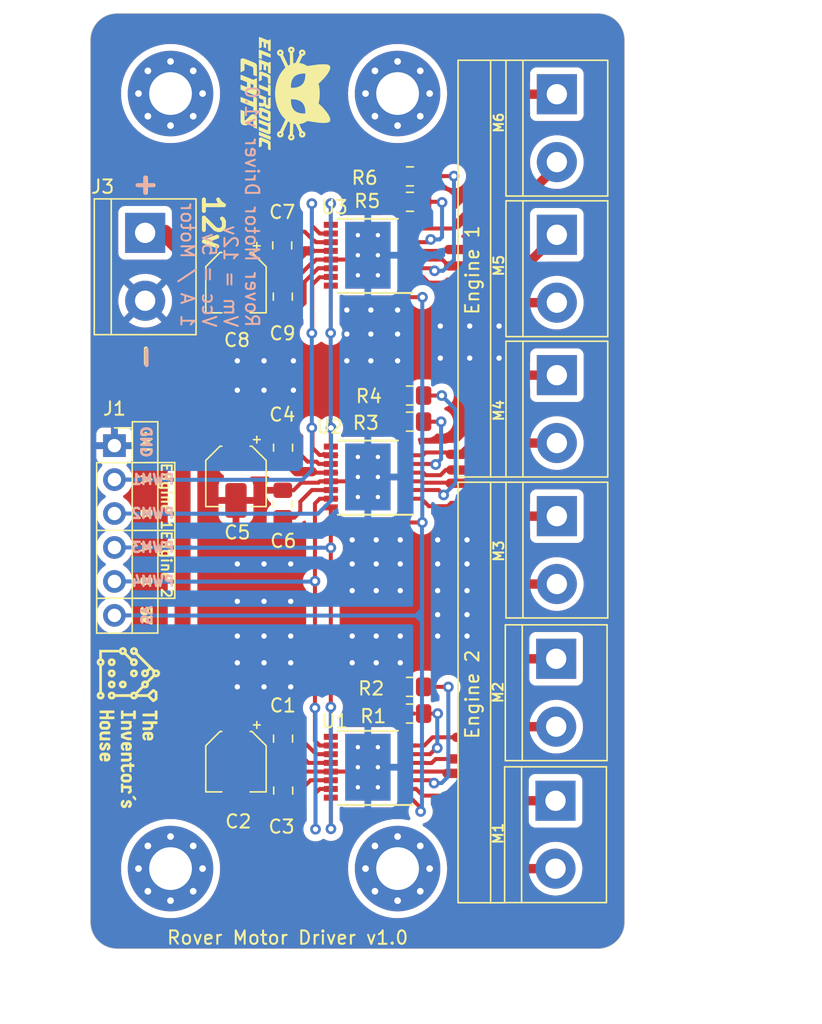
<source format=kicad_pcb>
(kicad_pcb (version 20221018) (generator pcbnew)
  (title_block (title "Rover Motor Driver") (date "2019-08-02") (rev "1.0") (company "Electronic Cats") (comment 1 "Eduardo Contreras") (comment 2 "Edgar Capuchino"))
  (layers (0 "F.Cu" signal) (31 "B.Cu" signal) (34 "B.Paste" user) (35 "F.Paste" user) (36 "B.SilkS" user "B.Silkscreen") (37 "F.SilkS" user "F.Silkscreen") (38 "B.Mask" user) (39 "F.Mask" user) (44 "Edge.Cuts" user))
  (net 0 "")
  (net 1 "+12V")
  (net 2 "Net-(C1-Pad2)")
  (net 3 "GND")
  (net 4 "Net-(C3-Pad1)")
  (net 5 "Net-(C4-Pad2)")
  (net 6 "Net-(C6-Pad1)")
  (net 7 "Net-(C7-Pad2)")
  (net 8 "Net-(C9-Pad1)")
  (net 9 "/GPIO15")
  (net 10 "/GPIO14")
  (net 11 "/GPIO4")
  (net 12 "/AOUT2")
  (net 13 "/AOUT1")
  (net 14 "/BOUT1")
  (net 15 "/BOUT2")
  (net 16 "/AFDER1")
  (net 17 "/AFDER2")
  (net 18 "/BFDER2")
  (net 19 "/BFDER1")
  (net 20 "/ADER2")
  (net 21 "/ADER1")
  (net 22 "/BDER1")
  (net 23 "/BDER2")
  (net 24 "Net-(R1-Pad1)")
  (net 25 "Net-(R2-Pad1)")
  (net 26 "Net-(R5-Pad1)")
  (net 27 "VCC")
  (net 28 "Net-(U1-Pad8)")
  (net 29 "Net-(U2-Pad8)")
  (net 30 "Net-(U3-Pad8)")
  (net 31 "/GPIO12")
  (net 32 "Net-(R3-Pad1)")
  (net 33 "Net-(R4-Pad1)")
  (net 34 "Net-(R6-Pad1)")
  (footprint "Resistor_SMD:R_0805_2012Metric_Pad1.15x1.40mm_HandSolder" (layer "F.Cu") (at 156.925 59.555 180)
    (fp_text reference "R3")
    (fp_text value "200mOhm")
  )
  (footprint "Package_SO:HTSSOP-16-1EP_4.4x5mm_P0.65mm_EP3.4x5mm_Mask2.46x2.31mm_ThermalVias" (layer "F.Cu") (at 153.775 85.415 180)
    (fp_text reference "U1")
    (fp_text value "DRV8833PWP")
  )
  (footprint "Package_SO:HTSSOP-16-1EP_4.4x5mm_P0.65mm_EP3.4x5mm_Mask2.46x2.31mm_ThermalVias" (layer "F.Cu") (at 153.775 47.1 180)
    (fp_text reference "U3")
    (fp_text value "DRV8833PWP")
  )
  (footprint "TerminalBlock:TerminalBlock_bornier-2_P5.08mm" (layer "F.Cu") (at 167.825 87.925 -90)
    (fp_text reference "M1")
    (fp_text value "Motor_DC")
  )
  (footprint "TerminalBlock:TerminalBlock_bornier-2_P5.08mm" (layer "F.Cu") (at 167.875 77.3 -90)
    (fp_text reference "M2")
    (fp_text value "Motor_DC")
  )
  (footprint "TerminalBlock:TerminalBlock_bornier-2_P5.08mm" (layer "F.Cu") (at 167.925 66.625 -90)
    (fp_text reference "M3")
    (fp_text value "Motor_DC")
  )
  (footprint "TerminalBlock:TerminalBlock_bornier-2_P5.08mm" (layer "F.Cu") (at 167.925 56.075 -90)
    (fp_text reference "M4")
    (fp_text value "Motor_DC")
  )
  (footprint "TerminalBlock:TerminalBlock_bornier-2_P5.08mm" (layer "F.Cu") (at 167.925 45.57 -90)
    (fp_text reference "M5")
    (fp_text value "Motor_DC")
  )
  (footprint "Resistor_SMD:R_0805_2012Metric_Pad1.15x1.40mm_HandSolder" (layer "F.Cu") (at 156.925 81.4 180)
    (fp_text reference "R1")
    (fp_text value "200mOhms")
  )
  (footprint "Resistor_SMD:R_0805_2012Metric_Pad1.15x1.40mm_HandSolder" (layer "F.Cu") (at 156.925 79.4 180)
    (fp_text reference "R2")
    (fp_text value "200mOhms")
  )
  (footprint "Resistor_SMD:R_0805_2012Metric_Pad1.15x1.40mm_HandSolder" (layer "F.Cu") (at 156.925 57.6 180)
    (fp_text reference "R4")
    (fp_text value "200mOhm")
  )
  (footprint "TerminalBlock:TerminalBlock_bornier-2_P5.08mm" (layer "F.Cu") (at 137.1 45.425 -90)
    (fp_text reference "J3")
    (fp_text value "Screw_Terminal_01x02")
  )
  (footprint "Capacitor_SMD:CP_Elec_4x5.4" (layer "F.Cu") (at 143.9 49.15 -90)
    (fp_text reference "C8")
    (fp_text value "10uF")
  )
  (footprint "Capacitor_SMD:C_0805_2012Metric_Pad1.15x1.40mm_HandSolder" (layer "F.Cu") (at 147.425 61.5 90)
    (fp_text reference "C4")
    (fp_text value ".01uF")
  )
  (footprint "Capacitor_SMD:C_0805_2012Metric_Pad1.15x1.40mm_HandSolder" (layer "F.Cu") (at 147.425 83.275 90)
    (fp_text reference "C1")
    (fp_text value ".01uF")
  )
  (footprint "Capacitor_SMD:C_0805_2012Metric_Pad1.15x1.40mm_HandSolder" (layer "F.Cu") (at 147.362 46.362 90)
    (fp_text reference "C7")
    (fp_text value ".01uF")
  )
  (footprint "Connector_PinSocket_2.54mm:PinSocket_1x06_P2.54mm_Vertical" (layer "F.Cu") (at 134.8 61.35)
    (fp_text reference "J1")
    (fp_text value "Conn_01x06_Female")
  )
  (footprint "Capacitor_SMD:C_0805_2012Metric_Pad1.15x1.40mm_HandSolder" (layer "F.Cu") (at 147.408 65.716 90)
    (fp_text reference "C6")
    (fp_text value "2.2uF")
  )
  (footprint "MountingHole:MountingHole_3.2mm_M3_Pad_Via" (layer "F.Cu") (at 139 93)
    (fp_text reference "REF**")
    (fp_text value "MountingHole_3.2mm_M3_Pad_Via")
  )
  (footprint "MountingHole:MountingHole_3.2mm_M3_Pad_Via" (layer "F.Cu") (at 156 35)
    (fp_text reference "REF**")
    (fp_text value "MountingHole_3.2mm_M3_Pad_Via")
  )
  (footprint "MountingHole:MountingHole_3.2mm_M3_Pad_Via" (layer "F.Cu") (at 139 35)
    (fp_text reference "REF**")
    (fp_text value "MountingHole_3.2mm_M3_Pad_Via")
  )
  (footprint "MountingHole:MountingHole_3.2mm_M3_Pad_Via" (layer "F.Cu") (at 156 93)
    (fp_text reference "REF**")
    (fp_text value "MountingHole_3.2mm_M3_Pad_Via")
  )
  (footprint "Capacitor_SMD:C_0805_2012Metric_Pad1.15x1.40mm_HandSolder" (layer "F.Cu") (at 147.436 87.164 90)
    (fp_text reference "C3")
    (fp_text value "2.2uF")
  )
  (footprint "Resistor_SMD:R_0805_2012Metric_Pad1.15x1.40mm_HandSolder" (layer "F.Cu") (at 156.925 41.2 180)
    (fp_text reference "R6")
    (fp_text value "200mOhms")
  )
  (footprint "Resistor_SMD:R_0805_2012Metric_Pad1.15x1.40mm_HandSolder" (layer "F.Cu") (at 156.925 43.1 180)
    (fp_text reference "R5")
    (fp_text value "200mOhm")
  )
  (footprint "Capacitor_SMD:C_0805_2012Metric_Pad1.15x1.40mm_HandSolder" (layer "F.Cu") (at 147.406 50.198 90)
    (fp_text reference "C9")
    (fp_text value "2.2uF")
  )
  (footprint "Capacitor_SMD:CP_Elec_4x5.4" (layer "F.Cu") (at 143.9 63.65 -90)
    (fp_text reference "C5")
    (fp_text value "10uF")
  )
  (footprint "Capacitor_SMD:CP_Elec_4x5.4" (layer "F.Cu") (at 143.9 85 -90)
    (fp_text reference "C2")
    (fp_text value "10uF")
  )
  (footprint "Aesthetics:electronic_cats_logo_8x6" (layer "F.Cu") (at 147.6 35 -90)
    (fp_text reference "G***" hide)
    (fp_text value "LOGO" hide)
  )
  (footprint "Aesthetics:inventors171x91" (layer "F.Cu") (at 135.85 82.45 -90)
    (fp_text reference "G***" hide)
    (fp_text value "LOGO" hide)
  )
  (footprint "Package_SO:HTSSOP-16-1EP_4.4x5mm_P0.65mm_EP3.4x5mm_Mask2.46x2.31mm_ThermalVias" (layer "F.Cu") (at 153.775 63.695 180)
    (fp_text reference "U2")
    (fp_text value "DRV8833PWP")
  )
  (footprint "TerminalBlock:TerminalBlock_bornier-2_P5.08mm" (layer "F.Cu") (at 167.925 35.05 -90)
    (fp_text reference "M6")
    (fp_text value "Motor_DC")
  )
  (gr_line (start 138.049 72.771) (end 138.049 67.691) (stroke (width 0.12)) (layer "F.SilkS"))
  (gr_line (start 139.319 62.611) (end 139.319 72.771) (stroke (width 0.12)) (layer "F.SilkS"))
  (gr_line (start 138.049 62.611) (end 136.13 62.62) (stroke (width 0.12)) (layer "F.SilkS"))
  (gr_line (start 164.115 63.695) (end 160.528 63.695) (stroke (width 0.12)) (layer "F.SilkS"))
  (gr_line (start 164.115 32.51) (end 160.528 32.51) (stroke (width 0.12)) (layer "F.SilkS"))
  (gr_line (start 160.528 32.51) (end 160.528 63.695) (stroke (width 0.12)) (layer "F.SilkS"))
  (gr_line (start 162.9664 32.512) (end 162.9664 63.697) (stroke (width 0.12)) (layer "F.SilkS"))
  (gr_line (start 162.9664 95.5794) (end 162.9664 64.1096) (stroke (width 0.12)) (layer "F.SilkS"))
  (gr_line (start 136.144 59.563) (end 136.144 62.6745) (stroke (width 0.12)) (layer "F.SilkS"))
  (gr_line (start 136.13 62.62) (end 139.319 62.611) (stroke (width 0.12)) (layer "F.SilkS"))
  (gr_line (start 164.084 95.5548) (end 160.528 95.5548) (stroke (width 0.12)) (layer "F.SilkS"))
  (gr_line (start 139.319 67.691) (end 133.477 67.691) (stroke (width 0.12)) (layer "F.SilkS"))
  (gr_line (start 136.525 59.563) (end 136.144 59.563) (stroke (width 0.12)) (layer "F.SilkS"))
  (gr_line (start 138.049 62.611) (end 138.049 67.691) (stroke (width 0.12)) (layer "F.SilkS"))
  (gr_line (start 138.049 59.563) (end 136.525 59.563) (stroke (width 0.12)) (layer "F.SilkS"))
  (gr_line (start 136.13 75.38) (end 138.049 75.3745) (stroke (width 0.12)) (layer "F.SilkS"))
  (gr_line (start 133.477 72.771) (end 139.319 72.771) (stroke (width 0.12)) (layer "F.SilkS"))
  (gr_line (start 138.049 62.611) (end 138.049 59.563) (stroke (width 0.12)) (layer "F.SilkS"))
  (gr_line (start 160.528 95.5548) (end 160.528 64.085) (stroke (width 0.12)) (layer "F.SilkS"))
  (gr_line (start 164.115 64.085) (end 160.528 64.085) (stroke (width 0.12)) (layer "F.SilkS"))
  (gr_line (start 138.049 72.771) (end 138.049 75.3745) (stroke (width 0.12)) (layer "F.SilkS"))
  (gr_line (start 171 29) (end 135 29) (stroke (width 0.05)) (layer "Edge.Cuts"))
  (gr_line (start 133 31) (end 133 97) (stroke (width 0.05)) (layer "Edge.Cuts"))
  (gr_line (start 135 99) (end 171 99) (stroke (width 0.05)) (layer "Edge.Cuts"))
  (gr_line (start 173 97) (end 173 31) (stroke (width 0.05)) (layer "Edge.Cuts"))
  (gr_arc (start 173 97) (mid 172.414214 98.414214) (end 171 99) (stroke (width 0.05)) (layer "Edge.Cuts"))
  (gr_arc (start 135 99) (mid 133.585786 98.414214) (end 133 97) (stroke (width 0.05)) (layer "Edge.Cuts"))
  (gr_arc (start 171 29) (mid 172.414214 29.585786) (end 173 31) (stroke (width 0.05)) (layer "Edge.Cuts"))
  (gr_arc (start 133 31) (mid 133.585786 29.585786) (end 135 29) (stroke (width 0.05)) (layer "Edge.Cuts"))
  (gr_text "PWM3" (at 137.668 68.961) (layer "B.SilkS") (effects (font (size 0.75 0.75) (thickness 0.1875)) (justify mirror)))
  (gr_text "PWM4" (at 137.668 71.501) (layer "B.SilkS") (effects (font (size 0.75 0.75) (thickness 0.1875)) (justify mirror)))
  (gr_text "PWM2\n" (at 137.668 66.421) (layer "B.SilkS") (effects (font (size 0.75 0.75) (thickness 0.1875)) (justify mirror)))
  (gr_text "PWM1" (at 137.668 63.881) (layer "B.SilkS") (effects (font (size 0.75 0.75) (thickness 0.1875)) (justify mirror)))
  (gr_text "5V" (at 137.157 74.041 270) (layer "B.SilkS") (effects (font (size 0.75 0.75) (thickness 0.1875)) (justify mirror)))
  (gr_text "-" (at 137.1 54.75 90) (layer "B.SilkS") (effects (font (size 1.5 1.5) (thickness 0.3)) (justify mirror)))
  (gr_text "+" (at 137.1 41.75) (layer "B.SilkS") (effects (font (size 1.5 1.5) (thickness 0.3)) (justify mirror)))
  (gr_text "GND" (at 137.156 61.067 270) (layer "B.SilkS") (effects (font (size 0.75 0.75) (thickness 0.1875)) (justify mirror)))
  (gr_text "Rover Motor Driver v1.0\nVm = 12v\nVcc = 5v\n1 A / Motor" (at 142.6845 52.578 270) (layer "B.SilkS") (effects (font (size 1 1)) (justify left mirror)))
  (gr_text "-" (at 137.05 54.65 90) (layer "F.SilkS") (effects (font (size 1.5 1.5) (thickness 0.3))))
  (gr_text "B" (at 137.16 71.501 270) (layer "F.SilkS") (effects (font (size 0.75 0.75))))
  (gr_text "GND" (at 137.156 61.067 270) (layer "F.SilkS") (effects (font (size 0.75 0.75) (thickness 0.1875))))
  (gr_text "Engine 2" (at 138.684 70.231 270) (layer "F.SilkS") (effects (font (size 0.75 0.75))))
  (gr_text "Engine 2" (at 161.5948 79.9592 90) (layer "F.SilkS") (effects (font (size 1 1))))
  (gr_text "Engine 1" (at 161.5948 48.2092 90) (layer "F.SilkS") (effects (font (size 1 1))))
  (gr_text "B" (at 137.16 66.421 270) (layer "F.SilkS") (effects (font (size 0.75 0.75))))
  (gr_text "+" (at 137.15 41.75) (layer "F.SilkS") (effects (font (size 1.5 1.5) (thickness 0.3))))
  (gr_text "A" (at 137.16 63.881 270) (layer "F.SilkS") (effects (font (size 0.75 0.75))))
  (gr_text "12v" (at 142.1765 44.6405 270) (layer "F.SilkS") (effects (font (size 1.5 1.5) (thickness 0.3))))
  (gr_text "A" (at 137.16 68.95 270) (layer "F.SilkS") (effects (font (size 0.75 0.75))))
  (gr_text "5V" (at 137.16 74.041 270) (layer "F.SilkS") (effects (font (size 0.75 0.75) (thickness 0.1875))))
  (gr_text "Rover Motor Driver v1.0" (at 147.7645 98.171) (layer "F.SilkS") (effects (font (size 1 1))))
  (gr_text "Engine 1" (at 138.684 65.151 270) (layer "F.SilkS") (effects (font (size 0.75 0.75))))
  (segment (start 149.614357 63.296416) (end 148.446416 63.296416) (width 0.7) (layer "F.Cu") (net 1))
  (segment (start 139.95 60.85) (end 139.9 60.9) (width 1.2) (layer "F.Cu") (net 1))
  (segment (start 139.9 62.4) (end 139.95 62.45) (width 0.7) (layer "F.Cu") (net 1))
  (segment (start 151 85.09) (end 149.324 85.09) (width 0.3) (layer "F.Cu") (net 1))
  (segment (start 139.9 61.722) (end 139.9 62.4) (width 0.7) (layer "F.Cu") (net 1))
  (segment (start 150.075 46.775) (end 149.05 46.775) (width 0.3) (layer "F.Cu") (net 1))
  (segment (start 151.405 63.37) (end 149.72 63.37) (width 0.3) (layer "F.Cu") (net 1))
  (segment (start 147 47.35) (end 148.475 47.35) (width 0.7) (layer "F.Cu") (net 1))
  (segment (start 143.725 61.6) (end 140.7 61.6) (width 0.7) (layer "F.Cu") (net 1))
  (segment (start 142.225 47.35) (end 143.1 47.35) (width 0.7) (layer "F.Cu") (net 1))
  (segment (start 146.625 84.3) (end 147.425 84.3) (width 1.2) (layer "F.Cu") (net 1))
  (segment (start 149.324 85.09) (end 148.859 84.625) (width 0.3) (layer "F.Cu") (net 1))
  (segment (start 148.475 47.35) (end 149.05 46.775) (width 0.7) (layer "F.Cu") (net 1))
  (segment (start 147 47.35) (end 144.05 47.35) (width 1.2) (layer "F.Cu") (net 1))
  (segment (start 137.1 45.425) (end 138.55 45.425) (width 1.2) (layer "F.Cu") (net 1))
  (segment (start 139.9 81.9) (end 139.9 79.025) (width 1.2) (layer "F.Cu") (net 1))
  (segment (start 140.375 61.675) (end 140.328 61.722) (width 0.7) (layer "F.Cu") (net 1))
  (segment (start 144.55 62.425) (end 143.725 61.6) (width 0.7) (layer "F.Cu") (net 1))
  (segment (start 138.55 45.425) (end 139.95 46.825) (width 1.2) (layer "F.Cu") (net 1))
  (segment (start 139.95 48.85) (end 140.225 48.85) (width 1.2) (layer "F.Cu") (net 1))
  (segment (start 148.859 84.625) (end 148.833 84.625) (width 0.3) (layer "F.Cu") (net 1))
  (segment (start 141.725 47.35) (end 144.05 47.35) (width 1.2) (layer "F.Cu") (net 1))
  (segment (start 149.05 46.775) (end 149.475 46.775) (width 0.7) (layer "F.Cu") (net 1))
  (segment (start 143.8 83.2) (end 141.2 83.2) (width 1.2) (layer "F.Cu") (net 1))
  (segment (start 150.9 46.775) (end 150.075 46.775) (width 0.3) (layer "F.Cu") (net 1))
  (segment (start 144.525 62.55) (end 147.375 62.55) (width 1.2) (layer "F.Cu") (net 1))
  (segment (start 140.225 48.85) (end 141.725 47.35) (width 1.2) (layer "F.Cu") (net 1))
  (segment (start 147.425 84.3) (end 144.9 84.3) (width 1.2) (layer "F.Cu") (net 1))
  (segment (start 144.05 47.35) (end 143.15 47.35) (width 0.7) (layer "F.Cu") (net 1))
  (segment (start 139.95 62.45) (end 139.95 69.225) (width 0.7) (layer "F.Cu") (net 1))
  (segment (start 139.9 60.9) (end 140 60.9) (width 0.7) (layer "F.Cu") (net 1))
  (segment (start 142.975 61.875) (end 139.9 61.875) (width 1.2) (layer "F.Cu") (net 1))
  (segment (start 139.9 61.722) (end 140.328 61.722) (width 0.7) (layer "F.Cu") (net 1))
  (segment (start 139.9 61.875) (end 139.9 69.175) (width 1.2) (layer "F.Cu") (net 1))
  (segment (start 139.95 51.3) (end 139.95 60.85) (width 1.2) (layer "F.Cu") (net 1))
  (segment (start 143.1 47.35) (end 144.05 47.35) (width 0.7) (layer "F.Cu") (net 1))
  (segment (start 141.2 83.2) (end 139.9 81.9) (width 1.2) (layer "F.Cu") (net 1))
  (segment (start 140 60.9) (end 140.7 61.6) (width 0.7) (layer "F.Cu") (net 1))
  (segment (start 148.446416 63.296416) (end 147.575 62.425) (width 0.7) (layer "F.Cu") (net 1))
  (segment (start 147.225 84.625) (end 148.833 84.625) (width 0.7) (layer "F.Cu") (net 1))
  (segment (start 147.575 62.425) (end 144.55 62.425) (width 0.7) (layer "F.Cu") (net 1))
  (segment (start 144.9 84.3) (end 143.8 83.2) (width 1.2) (layer "F.Cu") (net 1))
  (segment (start 143.9 83.025) (end 144.77071 83.89571) (width 1.2) (layer "F.Cu") (net 1))
  (segment (start 143 61.85) (end 142.975 61.875) (width 1.2) (layer "F.Cu") (net 1))
  (segment (start 140.7 61.6) (end 139.9 62.4) (width 0.7) (layer "F.Cu") (net 1))
  (segment (start 139.9 69.175) (end 139.9 79.025) (width 1.2) (layer "F.Cu") (net 1))
  (segment (start 140.475 47.35) (end 141.725 47.35) (width 1.2) (layer "F.Cu") (net 1))
  (segment (start 139.95 48.85) (end 139.95 51.3) (width 1.2) (layer "F.Cu") (net 1))
  (segment (start 139.9 60.9) (end 139.9 61.875) (width 1.2) (layer "F.Cu") (net 1))
  (segment (start 143.9 61.85) (end 143 61.85) (width 1.2) (layer "F.Cu") (net 1))
  (segment (start 138.55 45.425) (end 140.475 47.35) (width 1.2) (layer "F.Cu") (net 1))
  (segment (start 139.95 50.125) (end 139.95 51.3) (width 1.2) (layer "F.Cu") (net 1))
  (segment (start 139.9 61.722) (end 139.9 60.9) (width 0.7) (layer "F.Cu") (net 1))
  (segment (start 139.95 46.825) (end 139.95 48.85) (width 1.2) (layer "F.Cu") (net 1))
  (segment (start 147.887 82.425) (end 146.95 82.425) (width 0.3) (layer "F.Cu") (net 2))
  (segment (start 149.902 84.44) (end 147.887 82.425) (width 0.3) (layer "F.Cu") (net 2))
  (segment (start 151 84.44) (end 149.902 84.44) (width 0.3) (layer "F.Cu") (net 2))
  (segment (start 151 64.02) (end 150.175 64.02) (width 0.3) (layer "F.Cu") (net 3))
  (segment (start 156 53) (end 158.2 53) (width 0.3) (layer "F.Cu") (net 3))
  (segment (start 154.43 85.385) (end 154.4 85.415) (width 0.3) (layer "F.Cu") (net 3))
  (segment (start 148.208 64.691) (end 147.408 64.691) (width 0.3) (layer "F.Cu") (net 3))
  (segment (start 151 85.74) (end 147.835 85.74) (width 0.3) (layer "F.Cu") (net 3))
  (segment (start 143.9 65.45) (end 143.9 70.1) (width 0.3) (layer "F.Cu") (net 3))
  (segment (start 156 53) (end 158.6 53) (width 0.3) (layer "F.Cu") (net 3))
  (segment (start 155.615 81.4) (end 156.575 81.4) (width 0.3) (layer "F.Cu") (net 3))
  (segment (start 144 77.6) (end 146 77.6) (width 0.3) (layer "F.Cu") (net 3))
  (segment (start 154.4 85.415) (end 154.4 86.165) (width 0.3) (layer "F.Cu") (net 3))
  (segment (start 143.9 70.1) (end 144 70.2) (width 0.3) (layer "F.Cu") (net 3))
  (segment (start 152.6 70.2) (end 154.4 70.2) (width 0.3) (layer "F.Cu") (net 3))
  (segment (start 154.4 77.6) (end 152.6 77.6) (width 0.3) (layer "F.Cu") (net 3))
  (segment (start 152.6 75.6) (end 154.4 75.6) (width 0.3) (layer "F.Cu") (net 3))
  (segment (start 154.4 72.2) (end 152.6 72.2) (width 0.3) (layer "F.Cu") (net 3))
  (segment (start 163.6 52.4) (end 161.4 52.4) (width 0.3) (layer "F.Cu") (net 3))
  (segment (start 156 55) (end 154 55) (width 0.3) (layer "F.Cu") (net 3))
  (segment (start 152.6 68.4) (end 154.4 68.4) (width 0.3) (layer "F.Cu") (net 3))
  (segment (start 159.565685 74) (end 161.2 74) (width 0.3) (layer "F.Cu") (net 3))
  (segment (start 161.2 68.4) (end 161.2 70.2) (width 0.3) (layer "F.Cu") (net 3))
  (segment (start 154.4 86.165) (end 153.65 86.915) (width 0.3) (layer "F.Cu") (net 3))
  (segment (start 156.2 75.6) (end 156.2 77.6) (width 0.3) (layer "F.Cu") (net 3))
  (segment (start 154.18 63.695) (end 154.18 64.445) (width 0.3) (layer "F.Cu") (net 3))
  (segment (start 148 73) (end 146 73) (width 0.3) (layer "F.Cu") (net 3))
  (segment (start 146 55) (end 146.565685 55) (width 0.3) (layer "F.Cu") (net 3))
  (segment (start 159 74) (end 159.565685 74) (width 0.3) (layer "F.Cu") (net 3))
  (segment (start 153.775 85.415) (end 153.775 86.165) (width 0.3) (layer "F.Cu") (net 3))
  (segment (start 154.4 72.2) (end 156.2 72.2) (width 0.3) (layer "F.Cu") (net 3))
  (segment (start 159.2 54.8) (end 161.4 54.8) (width 0.3) (layer "F.Cu") (net 3))
  (segment (start 159 74) (end 159 75.6) (width 0.3) (layer "F.Cu") (net 3))
  (segment (start 150.175 64.02) (end 150.075011 64.119989) (width 0.3) (layer "F.Cu") (net 3))
  (segment (start 148.373372 48.926628) (end 148.373372 48.87596) (width 0.3) (layer "F.Cu") (net 3))
  (segment (start 152.7 47.425) (end 153.025 47.1) (width 0.3) (layer "F.Cu") (net 3))
  (segment (start 146.565685 55) (end 148.2 55) (width 0.3) (layer "F.Cu") (net 3))
  (segment (start 148.2 57.2) (end 146 57.2) (width 0.3) (layer "F.Cu") (net 3))
  (segment (start 155.05 64.565) (end 154.18 63.695) (width 0.3) (layer "F.Cu") (net 3))
  (segment (start 146 75.6) (end 144 75.6) (width 0.3) (layer "F.Cu") (net 3))
  (segment (start 150.075011 64.119989) (end 148.779011 64.119989) (width 0.3) (layer "F.Cu") (net 3))
  (segment (start 150.8 85.74) (end 151.625 85.74) (width 0.3) (layer "F.Cu") (net 3))
  (segment (start 149.9 47.425) (end 149.675023 47.649977) (width 0.3) (layer "F.Cu") (net 3))
  (segment (start 151 47.425) (end 152.7 47.425) (width 0.3) (layer "F.Cu") (net 3))
  (segment (start 150.9 47.425) (end 149.9 47.425) (width 0.3) (layer "F.Cu") (net 3))
  (segment (start 153.855 64.02) (end 154.18 63.695) (width 0.3) (layer "F.Cu") (net 3))
  (segment (start 154.575 46.2) (end 153.675 47.1) (width 0.3) (layer "F.Cu") (net 3))
  (segment (start 152.2 53) (end 152.2 51.2) (width 0.3) (layer "F.Cu") (net 3))
  (segment (start 148 77.6) (end 148 79.4) (width 0.3) (layer "F.Cu") (net 3))
  (segment (start 148 73) (end 148 75.6) (width 0.3) (layer "F.Cu") (net 3))
  (segment (start 154.4 61.405) (end 154.4 63.695) (width 0.3) (layer "F.Cu") (net 3))
  (segment (start 151.405 64.02) (end 150.305 64.02) (width 0.3) (layer "F.Cu") (net 3))
  (segment (start 149.675023 47.649977) (end 149.599355 47.649977) (width 0.3) (layer "F.Cu") (net 3))
  (segment (start 151.625 85.74) (end 154.075 85.74) (width 0.3) (layer "F.Cu") (net 3))
  (segment (start 154 53) (end 156 53) (width 0.3) (layer "F.Cu") (net 3))
  (segment (start 153.775 54.575) (end 152.2 53) (width 0.3) (layer "F.Cu") (net 3))
  (segment (start 146 79.4) (end 144 79.4) (width 0.3) (layer "F.Cu") (net 3))
  (segment (start 159 70.2) (end 159 72.2) (width 0.3) (layer "F.Cu") (net 3))
  (segment (start 148.45 48.799332) (end 148.45 48.875) (width 0.3) (layer "F.Cu") (net 3))
  (segment (start 163.6 54.8) (end 163.6 52.4) (width 0.3) (layer "F.Cu") (net 3))
  (segment (start 158.6 53) (end 159.2 52.4) (width 0.3) (layer "F.Cu") (net 3))
  (segment (start 143.9 54.9) (end 144 55) (width 0.3) (layer "F.Cu") (net 3))
  (segment (start 143.9 50.95) (end 143.9 54.9) (width 0.3) (layer "F.Cu") (net 3))
  (segment (start 147.75 49.55) (end 148.373372 48.926628) (width 0.3) (layer "F.Cu") (net 3))
  (segment (start 148.373372 48.87596) (end 149.599355 47.649977) (width 0.3) (layer "F.Cu") (net 3))
  (segment (start 151.405 64.02) (end 153.855 64.02) (width 0.3) (layer "F.Cu") (net 3))
  (segment (start 154.18 64.445) (end 153.43 65.195) (width 0.3) (layer "F.Cu") (net 3))
  (segment (start 153.775 86.165) (end 153.025 86.915) (width 0.3) (layer "F.Cu") (net 3))
  (segment (start 156.575 81.4) (end 157.25 81.4) (width 0.3) (layer "F.Cu") (net 3))
  (segment (start 154.075 85.74) (end 154.4 85.415) (width 0.3) (layer "F.Cu") (net 3))
  (segment (start 148.779011 64.119989) (end 148.208 64.691) (width 0.3) (layer "F.Cu") (net 3))
  (segment (start 156.2 68.4) (end 159 68.4) (width 0.3) (layer "F.Cu") (net 3))
  (segment (start 147.835 85.74) (end 147.436 86.139) (width 0.3) (layer "F.Cu") (net 3))
  (segment (start 146 70.2) (end 148 70.2) (width 0.3) (layer "F.Cu") (net 3))
  (segment (start 153.877999 61.769999) (end 153.905 61.769999) (width 0.3) (layer "F.Cu") (net 3))
  (segment (start 149.599355 47.649977) (end 148.45 48.799332) (width 0.3) (layer "F.Cu") (net 3))
  (segment (start 153.775 63.695) (end 153.775 54.575) (width 0.3) (layer "F.Cu") (net 3))
  (via (at 148 77.6) (size 0.8) (drill 0.4) (layers "F.Cu" "B.Cu") (net 3))
  (via (at 152.6 77.6) (size 0.8) (drill 0.4) (layers "F.Cu" "B.Cu") (net 3))
  (via (at 144 79.4) (size 0.8) (drill 0.4) (layers "F.Cu" "B.Cu") (net 3))
  (via (at 159 72.2) (size 0.8) (drill 0.4) (layers "F.Cu" "B.Cu") (net 3))
  (via (at 146 55) (size 0.8) (drill 0.4) (layers "F.Cu" "B.Cu") (net 3))
  (via (at 161.2 74) (size 0.8) (drill 0.4) (layers "F.Cu" "B.Cu") (net 3))
  (via (at 154.4 72.2) (size 0.8) (drill 0.4) (layers "F.Cu" "B.Cu") (net 3))
  (via (at 156.2 77.6) (size 0.8) (drill 0.4) (layers "F.Cu" "B.Cu") (net 3))
  (via (at 156 53) (size 0.8) (drill 0.4) (layers "F.Cu" "B.Cu") (net 3))
  (via (at 156.2 75.6) (size 0.8) (drill 0.4) (layers "F.Cu" "B.Cu") (net 3))
  (via (at 154.4 68.4) (size 0.8) (drill 0.4) (layers "F.Cu" "B.Cu") (net 3))
  (via (at 144 73) (size 0.8) (drill 0.4) (layers "F.Cu" "B.Cu") (net 3))
  (via (at 146 70.2) (size 0.8) (drill 0.4) (layers "F.Cu" "B.Cu") (net 3))
  (via (at 148 70.2) (size 0.8) (drill 0.4) (layers "F.Cu" "B.Cu") (net 3))
  (via (at 154.4 75.6) (size 0.8) (drill 0.4) (layers "F.Cu" "B.Cu") (net 3))
  (via (at 159 68.4) (size 0.8) (drill 0.4) (layers "F.Cu" "B.Cu") (net 3))
  (via (at 156 55) (size 0.8) (drill 0.4) (layers "F.Cu" "B.Cu") (net 3))
  (via (at 148.2 57.2) (size 0.8) (drill 0.4) (layers "F.Cu" "B.Cu") (net 3))
  (via (at 144 77.6) (size 0.8) (drill 0.4) (layers "F.Cu" "B.Cu") (net 3))
  (via (at 161.4 54.8) (size 0.8) (drill 0.4) (layers "F.Cu" "B.Cu") (net 3))
  (via (at 163.6 52.4) (size 0.8) (drill 0.4) (layers "F.Cu" "B.Cu") (net 3))
  (via (at 146 77.6) (size 0.8) (drill 0.4) (layers "F.Cu" "B.Cu") (net 3))
  (via (at 156 51.2) (size 0.8) (drill 0.4) (layers "F.Cu" "B.Cu") (net 3))
  (via (at 156.2 68.4) (size 0.8) (drill 0.4) (layers "F.Cu" "B.Cu") (net 3))
  (via (at 161.2 75.6) (size 0.8) (drill 0.4) (layers "F.Cu" "B.Cu") (net 3))
  (via (at 161.4 52.4) (size 0.8) (drill 0.4) (layers "F.Cu" "B.Cu") (net 3))
  (via (at 152.6 68.4) (size 0.8) (drill 0.4) (layers "F.Cu" "B.Cu") (net 3))
  (via (at 161.2 68.4) (size 0.8) (drill 0.4) (layers "F.Cu" "B.Cu") (net 3))
  (via (at 159 70.2) (size 0.8) (drill 0.4) (layers "F.Cu" "B.Cu") (net 3))
  (via (at 159 75.6) (size 0.8) (drill 0.4) (layers "F.Cu" "B.Cu") (net 3))
  (via (at 154.4 70.2) (size 0.8) (drill 0.4) (layers "F.Cu" "B.Cu") (net 3))
  (via (at 148 73) (size 0.8) (drill 0.4) (layers "F.Cu" "B.Cu") (net 3))
  (via (at 161.2 70.2) (size 0.8) (drill 0.4) (layers "F.Cu" "B.Cu") (net 3))
  (via (at 152.2 53) (size 0.8) (drill 0.4) (layers "F.Cu" "B.Cu") (net 3))
  (via (at 144 57.2) (size 0.8) (drill 0.4) (layers "F.Cu" "B.Cu") (net 3))
  (via (at 159.2 52.4) (size 0.8) (drill 0.4) (layers "F.Cu" "B.Cu") (net 3))
  (via (at 148 75.6) (size 0.8) (drill 0.4) (layers "F.Cu" "B.Cu") (net 3))
  (via (at 144 55) (size 0.8) (drill 0.4) (layers "F.Cu" "B.Cu") (net 3))
  (via (at 146 73) (size 0.8) (drill 0.4) (layers "F.Cu" "B.Cu") (net 3))
  (via (at 159 74) (size 0.8) (drill 0.4) (layers "F.Cu" "B.Cu") (net 3))
  (via (at 163.6 54.8) (size 0.8) (drill 0.4) (layers "F.Cu" "B.Cu") (net 3))
  (via (at 159.2 54.8) (size 0.8) (drill 0.4) (layers "F.Cu" "B.Cu") (net 3))
  (via (at 154 55) (size 0.8) (drill 0.4) (layers "F.Cu" "B.Cu") (net 3))
  (via (at 154.4 77.6) (size 0.8) (drill 0.4) (layers "F.Cu" "B.Cu") (net 3))
  (via (at 152.6 70.2) (size 0.8) (drill 0.4) (layers "F.Cu" "B.Cu") (net 3))
  (via (at 152.6 72.2) (size 0.8) (drill 0.4) (layers "F.Cu" "B.Cu") (net 3))
  (via (at 154 53) (size 0.8) (drill 0.4) (layers "F.Cu" "B.Cu") (net 3))
  (via (at 144 70.2) (size 0.8) (drill 0.4) (layers "F.Cu" "B.Cu") (net 3))
  (via (at 152.2 55) (size 0.8) (drill 0.4) (layers "F.Cu" "B.Cu") (net 3))
  (via (at 154 51.2) (size 0.8) (drill 0.4) (layers "F.Cu" "B.Cu") (net 3))
  (via (at 146 79.4) (size 0.8) (drill 0.4) (layers "F.Cu" "B.Cu") (net 3))
  (via (at 148 79.4) (size 0.8) (drill 0.4) (layers "F.Cu" "B.Cu") (net 3))
  (via (at 152.2 51.2) (size 0.8) (drill 0.4) (layers "F.Cu" "B.Cu") (net 3))
  (via (at 156.2 70.2) (size 0.8) (drill 0.4) (layers "F.Cu" "B.Cu") (net 3))
  (via (at 144 75.6) (size 0.8) (drill 0.4) (layers "F.Cu" "B.Cu") (net 3))
  (via (at 146 75.6) (size 0.8) (drill 0.4) (layers "F.Cu" "B.Cu") (net 3))
  (via (at 156.2 72.2) (size 0.8) (drill 0.4) (layers "F.Cu" "B.Cu") (net 3))
  (via (at 152.6 75.6) (size 0.8) (drill 0.4) (layers "F.Cu" "B.Cu") (net 3))
  (via (at 161.2 72.2) (size 0.8) (drill 0.4) (layers "F.Cu" "B.Cu") (net 3))
  (via (at 146 57.2) (size 0.8) (drill 0.4) (layers "F.Cu" "B.Cu") (net 3))
  (via (at 148.2 55) (size 0.8) (drill 0.4) (layers "F.Cu" "B.Cu") (net 3))
  (segment (start 156.2 72.2) (end 156.2 70.2) (width 0.3) (layer "B.Cu") (net 3))
  (segment (start 154 55) (end 152.2 55) (width 0.3) (layer "B.Cu") (net 3))
  (segment (start 146 77.6) (end 148 77.6) (width 0.3) (layer "B.Cu") (net 3))
  (segment (start 150.8 73) (end 148 73) (width 0.3) (layer "B.Cu") (net 3))
  (segment (start 159 68.4) (end 161.2 68.4) (width 0.3) (layer "B.Cu") (net 3))
  (segment (start 154.4 75.6) (end 156.2 75.6) (width 0.3) (layer "B.Cu") (net 3))
  (segment (start 161.2 70.2) (end 159 70.2) (width 0.3) (layer "B.Cu") (net 3))
  (segment (start 152.2 51.2) (end 154 51.2) (width 0.3) (layer "B.Cu") (net 3))
  (segment (start 148 79.4) (end 146 79.4) (width 0.3) (layer "B.Cu") (net 3))
  (segment (start 154 51.2) (end 156 51.2) (width 0.3) (layer "B.Cu") (net 3))
  (segment (start 144 55) (end 146 55) (width 0.3) (layer "B.Cu") (net 3))
  (segment (start 154.4 68.4) (end 156.2 68.4) (width 0.3) (layer "B.Cu") (net 3))
  (segment (start 148 70.2) (end 152.6 70.2) (width 0.3) (layer "B.Cu") (net 3))
  (segment (start 152.6 72.2) (end 151.6 72.2) (width 0.3) (layer "B.Cu") (net 3))
  (segment (start 144 70.2) (end 146 70.2) (width 0.3) (layer "B.Cu") (net 3))
  (segment (start 161.4 54.8) (end 163.6 54.8) (width 0.3) (layer "B.Cu") (net 3))
  (segment (start 151.6 72.2) (end 150.8 73) (width 0.3) (layer "B.Cu") (net 3))
  (segment (start 159 72.2) (end 161.2 72.2) (width 0.3) (layer "B.Cu") (net 3))
  (segment (start 159.2 52.4) (end 159.2 54.8) (width 0.3) (layer "B.Cu") (net 3))
  (segment (start 146 57.2) (end 144 57.2) (width 0.3) (layer "B.Cu") (net 3))
  (segment (start 152.6 70.2) (end 152.6 68.4) (width 0.3) (layer "B.Cu") (net 3))
  (segment (start 148 75.6) (end 152.6 75.6) (width 0.3) (layer "B.Cu") (net 3))
  (segment (start 156 53) (end 156 55) (width 0.3) (layer "B.Cu") (net 3))
  (segment (start 154.4 70.2) (end 156.2 70.2) (width 0.3) (layer "B.Cu") (net 3))
  (segment (start 144 75.6) (end 144 77.6) (width 0.3) (layer "B.Cu") (net 3))
  (segment (start 148 75.6) (end 146 75.6) (width 0.3) (layer "B.Cu") (net 3))
  (segment (start 152.2 53) (end 154 53) (width 0.3) (layer "B.Cu") (net 3))
  (segment (start 159 75.6) (end 161.2 75.6) (width 0.3) (layer "B.Cu") (net 3))
  (segment (start 148.2 55) (end 148.2 57.2) (width 0.3) (layer "B.Cu") (net 3))
  (segment (start 159 72.2) (end 159 74) (width 0.3) (layer "B.Cu") (net 3))
  (segment (start 154.6 72) (end 154.4 72.2) (width 0.3) (layer "B.Cu") (net 3))
  (segment (start 146 73) (end 144 73) (width 0.3) (layer "B.Cu") (net 3))
  (segment (start 156.2 77.6) (end 154.4 77.6) (width 0.3) (layer "B.Cu") (net 3))
  (segment (start 148.93 87.67) (end 148.93 86.946) (width 0.3) (layer "F.Cu") (net 4))
  (segment (start 151 86.39) (end 149.486 86.39) (width 0.3) (layer "F.Cu") (net 4))
  (segment (start 149.486 86.39) (end 148.93 86.946) (width 0.3) (layer "F.Cu") (net 4))
  (segment (start 148.411 88.189) (end 148.93 87.67) (width 0.3) (layer "F.Cu") (net 4))
  (segment (start 147.436 88.189) (end 148.411 88.189) (width 0.3) (layer "F.Cu") (net 4))
  (segment (start 149.925021 62.546406) (end 149.262006 62.546406) (width 0.3) (layer "F.Cu") (net 5))
  (segment (start 148.7932 62.0776) (end 148.7932 60.6552) (width 0.3) (layer "F.Cu") (net 5))
  (segment (start 149.262006 62.546406) (end 148.7932 62.0776) (width 0.3) (layer "F.Cu") (net 5))
  (segment (start 151 62.72) (end 150.098615 62.72) (width 0.3) (layer "F.Cu") (net 5))
  (segment (start 148.613 60.475) (end 147.425 60.475) (width 0.3) (layer "F.Cu") (net 5))
  (segment (start 150.098615 62.72) (end 149.925021 62.546406) (width 0.3) (layer "F.Cu") (net 5))
  (segment (start 148.7932 60.6552) (end 148.613 60.475) (width 0.3) (layer "F.Cu") (net 5))
  (segment (start 151 64.67) (end 149.586 64.67) (width 0.3) (layer "F.Cu") (net 6))
  (segment (start 148.718 65.538) (end 148.718 66.284) (width 0.3) (layer "F.Cu") (net 6))
  (segment (start 148.261 66.741) (end 147.408 66.741) (width 0.3) (layer "F.Cu") (net 6))
  (segment (start 151.405 64.67) (end 150.680001 64.67) (width 0.3) (layer "F.Cu") (net 6))
  (segment (start 148.718 66.284) (end 148.261 66.741) (width 0.3) (layer "F.Cu") (net 6))
  (segment (start 149.586 64.67) (end 148.718 65.538) (width 0.3) (layer "F.Cu") (net 6))
  (segment (start 149.73299 46.02499) (end 149.045 45.337) (width 0.3) (layer "F.Cu") (net 7))
  (segment (start 149.785664 46.02499) (end 149.73299 46.02499) (width 0.3) (layer "F.Cu") (net 7))
  (segment (start 151 46.125) (end 149.885674 46.125) (width 0.3) (layer "F.Cu") (net 7))
  (segment (start 149.885674 46.125) (end 149.785664 46.02499) (width 0.3) (layer "F.Cu") (net 7))
  (segment (start 149.045 45.337) (end 147.362 45.337) (width 0.3) (layer "F.Cu") (net 7))
  (segment (start 150.9 48.075) (end 150.052165 48.075) (width 0.3) (layer "F.Cu") (net 8))
  (segment (start 148.491 51.223) (end 147.406 51.223) (width 0.3) (layer "F.Cu") (net 8))
  (segment (start 149.03799 50.67601) (end 148.491 51.223) (width 0.3) (layer "F.Cu") (net 8))
  (segment (start 149.03799 49.089175) (end 149.03799 50.19801) (width 0.3) (layer "F.Cu") (net 8))
  (segment (start 150.052165 48.075) (end 149.03799 49.089175) (width 0.3) (layer "F.Cu") (net 8))
  (segment (start 149.03799 50.19801) (end 149.03799 50.67601) (width 0.3) (layer "F.Cu") (net 8))
  (segment (start 149.58 43.801685) (end 149.58 43.236) (width 0.3) (layer "F.Cu") (net 9))
  (segment (start 151 62.07) (end 150.975001 62.045001) (width 0.3) (layer "F.Cu") (net 9))
  (segment (start 150.175 45.475) (end 149.58 44.88) (width 0.3) (layer "F.Cu") (net 9))
  (segment (start 151 48.725) (end 150.975001 48.749999) (width 0.3) (layer "F.Cu") (net 9))
  (segment (start 150.975001 48.749999) (end 150.154999 48.749999) (width 0.3) (layer "F.Cu") (net 9))
  (segment (start 149.61 49.294998) (end 149.61 52.902) (width 0.3) (layer "F.Cu") (net 9))
  (segment (start 150.154999 62.045001) (end 149.624 61.514002) (width 0.3) (layer "F.Cu") (net 9))
  (segment (start 151.405 62.07) (end 150.78 62.07) (width 0.3) (layer "F.Cu") (net 9))
  (segment (start 150.78 62.07) (end 150.58 62.07) (width 0.3) (layer "F.Cu") (net 9))
  (segment (start 149.58 44.88) (end 149.58 43.801685) (width 0.3) (layer "F.Cu") (net 9))
  (segment (start 149.61 52.902) (end 149.578 52.934) (width 0.3) (layer "F.Cu") (net 9))
  (segment (start 151 45.475) (end 150.175 45.475) (width 0.3) (layer "F.Cu") (net 9))
  (segment (start 150.58 62.07) (end 150.479999 61.969999) (width 0.3) (layer "F.Cu") (net 9))
  (segment (start 149.624 60.062) (end 149.578 60.016) (width 0.3) (layer "F.Cu") (net 9))
  (segment (start 150.154999 48.749999) (end 149.61 49.294998) (width 0.3) (layer "F.Cu") (net 9))
  (segment (start 150.975001 62.045001) (end 150.154999 62.045001) (width 0.3) (layer "F.Cu") (net 9))
  (segment (start 149.624 61.514002) (end 149.624 60.062) (width 0.3) (layer "F.Cu") (net 9))
  (via (at 149.58 43.236) (size 0.8) (drill 0.4) (layers "F.Cu" "B.Cu") (net 9))
  (via (at 149.578 60.016) (size 0.8) (drill 0.4) (layers "F.Cu" "B.Cu") (net 9))
  (via (at 149.578 52.934) (size 0.8) (drill 0.4) (layers "F.Cu" "B.Cu") (net 9))
  (segment (start 138.605 63.905) (end 148.873 63.905) (width 0.3) (layer "B.Cu") (net 9))
  (segment (start 148.873 63.905) (end 149.578 63.2) (width 0.3) (layer "B.Cu") (net 9))
  (segment (start 138.59 63.89) (end 134.8 63.89) (width 0.3) (layer "B.Cu") (net 9))
  (segment (start 149.578 43.238) (end 149.58 43.236) (width 0.3) (layer "B.Cu") (net 9))
  (segment (start 137.39 63.89) (end 137.405 63.905) (width 0.3) (layer "B.Cu") (net 9))
  (segment (start 149.578 52.934) (end 149.578 43.238) (width 0.3) (layer "B.Cu") (net 9))
  (segment (start 149.578 63.2) (end 149.578 60.016) (width 0.3) (layer "B.Cu") (net 9))
  (segment (start 137.02 63.905) (end 137.405 63.905) (width 0.3) (layer "B.Cu") (net 9))
  (segment (start 138.605 63.905) (end 138.59 63.89) (width 0.3) (layer "B.Cu") (net 9))
  (segment (start 149.578 60.016) (end 149.578 52.934) (width 0.3) (layer "B.Cu") (net 9))
  (segment (start 134.8 63.89) (end 137.39 63.89) (width 0.3) (layer "B.Cu") (net 9))
  (segment (start 137.405 63.905) (end 138.605 63.905) (width 0.3) (layer "B.Cu") (net 9))
  (segment (start 151 60.04) (end 151.018 60.022) (width 0.3) (layer "F.Cu") (net 10))
  (segment (start 151 49.375) (end 151 52.914) (width 0.3) (layer "F.Cu") (net 10))
  (segment (start 151 52.914) (end 150.99 52.924) (width 0.3) (layer "F.Cu") (net 10))
  (segment (start 151 49.375) (end 151 50.844) (width 0.3) (layer "F.Cu") (net 10))
  (segment (start 151 44.825) (end 151 43.238) (width 0.3) (layer "F.Cu") (net 10))
  (segment (start 151 50.844) (end 150.99 50.854) (width 0.3) (layer "F.Cu") (net 10))
  (segment (start 151 43.238) (end 150.994 43.232) (width 0.3) (layer "F.Cu") (net 10))
  (segment (start 151 61.42) (end 151 60.04) (width 0.3) (layer "F.Cu") (net 10))
  (via (at 150.994 43.232) (size 0.8) (drill 0.4) (layers "F.Cu" "B.Cu") (net 10))
  (via (at 150.99 52.924) (size 0.8) (drill 0.4) (layers "F.Cu" "B.Cu") (net 10))
  (via (at 151.018 60.022) (size 0.8) (drill 0.4) (layers "F.Cu" "B.Cu") (net 10))
  (segment (start 140.255 66.445) (end 150.035 66.445) (width 0.3) (layer "B.Cu") (net 10))
  (segment (start 150.994 43.232) (end 150.994 50.85) (width 0.3) (layer "B.Cu") (net 10))
  (segment (start 140.255 66.445) (end 140.24 66.43) (width 0.3) (layer "B.Cu") (net 10))
  (segment (start 150.99 52.924) (end 150.99 59.994) (width 0.3) (layer "B.Cu") (net 10))
  (segment (start 150.99 59.994) (end 151.018 60.022) (width 0.3) (layer "B.Cu") (net 10))
  (segment (start 137.02 66.445) (end 140.255 66.445) (width 0.3) (layer "B.Cu") (net 10))
  (segment (start 140.24 66.43) (end 134.8 66.43) (width 0.3) (layer "B.Cu") (net 10))
  (segment (start 150.035 66.445) (end 151.018 65.462) (width 0.3) (layer "B.Cu") (net 10))
  (segment (start 150.99 50.854) (end 150.99 52.924) (width 0.3) (layer "B.Cu") (net 10))
  (segment (start 150.994 50.85) (end 150.99 50.854) (width 0.3) (layer "B.Cu") (net 10))
  (segment (start 151.018 65.462) (end 151.018 60.022) (width 0.3) (layer "B.Cu") (net 10))
  (segment (start 151 67.006) (end 151 65.97) (width 0.3) (layer "F.Cu") (net 11))
  (segment (start 151 67.006) (end 151 68.994) (width 0.3) (layer "F.Cu") (net 11))
  (segment (start 151.01 90.024) (end 151.01 87.7) (width 0.3) (layer "F.Cu") (net 11))
  (segment (start 151 80.908) (end 151 78.392) (width 0.3) (layer "F.Cu") (net 11))
  (segment (start 151 78.392) (end 151 78.774) (width 0.3) (layer "F.Cu") (net 11))
  (segment (start 151 83.14) (end 151 80.908) (width 0.3) (layer "F.Cu") (net 11))
  (segment (start 151.01 87.7) (end 151 87.69) (width 0.3) (layer "F.Cu") (net 11))
  (segment (start 151 68.994) (end 151 78.392) (width 0.3) (layer "F.Cu") (net 11))
  (via (at 151.01 90.024) (size 0.8) (drill 0.4) (layers "F.Cu" "B.Cu") (net 11))
  (via (at 151 68.994) (size 0.8) (drill 0.4) (layers "F.Cu" "B.Cu") (net 11))
  (via (at 151 80.908) (size 0.8) (drill 0.4) (layers "F.Cu" "B.Cu") (net 11))
  (segment (start 151 90.014) (end 151.01 90.024) (width 0.3) (layer "B.Cu") (net 11))
  (segment (start 151 80.908) (end 151 90.014) (width 0.3) (layer "B.Cu") (net 11))
  (segment (start 140.585 68.985) (end 140.57 68.97) (width 0.3) (layer "B.Cu") (net 11))
  (segment (start 137.02 68.985) (end 140.585 68.985) (width 0.3) (layer "B.Cu") (net 11))
  (segment (start 140.585 68.985) (end 150.991 68.985) (width 0.3) (layer "B.Cu") (net 11))
  (segment (start 140.57 68.97) (end 134.8 68.97) (width 0.3) (layer "B.Cu") (net 11))
  (segment (start 150.991 68.985) (end 151 68.994) (width 0.3) (layer "B.Cu") (net 11))
  (segment (start 164.825 87.925) (end 167.825 87.925) (width 0.7) (layer "F.Cu") (net 12))
  (segment (start 156.55 85.74) (end 159.565 85.74) (width 0.3) (layer "F.Cu") (net 12))
  (segment (start 160.57173 85.87173) (end 162.625 87.925) (width 0.7) (layer "F.Cu") (net 12))
  (segment (start 162.625 87.925) (end 164.825 87.925) (width 0.7) (layer "F.Cu") (net 12))
  (segment (start 159.69673 85.87173) (end 160.57173 85.87173) (width 0.7) (layer "F.Cu") (net 12))
  (segment (start 159.565 85.74) (end 159.69673 85.87173) (width 0.3) (layer "F.Cu") (net 12))
  (segment (start 163.325001 90.645001) (end 163.325001 91.505001) (width 0.7) (layer "F.Cu") (net 13))
  (segment (start 158.645998 87.540002) (end 159.484998 87.540002) (width 0.3) (layer "F.Cu") (net 13))
  (segment (start 163.325001 91.505001) (end 164.825 93.005) (width 0.7) (layer "F.Cu") (net 13))
  (segment (start 157.890002 87.540002) (end 158.645998 87.540002) (width 0.3) (layer "F.Cu") (net 13))
  (segment (start 156.55 87.04) (end 157.39 87.04) (width 0.3) (layer "F.Cu") (net 13))
  (segment (start 164.825 93.005) (end 167.825 93.005) (width 0.7) (layer "F.Cu") (net 13))
  (segment (start 160.230001 87.550001) (end 163.325001 90.645001) (width 0.7) (layer "F.Cu") (net 13))
  (segment (start 159.625001 87.550001) (end 160.230001 87.550001) (width 0.7) (layer "F.Cu") (net 13))
  (segment (start 157.39 87.04) (end 157.890002 87.540002) (width 0.3) (layer "F.Cu") (net 13))
  (segment (start 157.175 87.04) (end 157.39 87.04) (width 0.3) (layer "F.Cu") (net 13))
  (segment (start 161.525 82.525) (end 161.525 81.6) (width 0.7) (layer "F.Cu") (net 14))
  (segment (start 157.175 83.79) (end 157.36 83.79) (width 0.3) (layer "F.Cu") (net 14))
  (segment (start 160.4 83.175) (end 160.875 83.175) (width 0.7) (layer "F.Cu") (net 14))
  (segment (start 156.55 83.79) (end 157.36 83.79) (width 0.3) (layer "F.Cu") (net 14))
  (segment (start 160.399989 83.174989) (end 160.4 83.175) (width 0.3) (layer "F.Cu") (net 14))
  (segment (start 158.615011 83.174989) (end 160.399989 83.174989) (width 0.3) (layer "F.Cu") (net 14))
  (segment (start 167.875 77.3) (end 162.525 77.3) (width 0.7) (layer "F.Cu") (net 14))
  (segment (start 162.525 77.3) (end 161.525 78.3) (width 0.7) (layer "F.Cu") (net 14))
  (segment (start 160.875 83.175) (end 161.525 82.525) (width 0.7) (layer "F.Cu") (net 14))
  (segment (start 158 83.79) (end 158.615011 83.174989) (width 0.3) (layer "F.Cu") (net 14))
  (segment (start 161.525 82.05) (end 161.525 81.6) (width 0.7) (layer "F.Cu") (net 14))
  (segment (start 161.525 78.3) (end 161.525 81.6) (width 0.7) (layer "F.Cu") (net 14))
  (segment (start 157.36 83.79) (end 158 83.79) (width 0.3) (layer "F.Cu") (net 14))
  (segment (start 159.982998 84.792002) (end 162.462998 84.792002) (width 0.7) (layer "F.Cu") (net 15))
  (segment (start 162.462998 84.792002) (end 164.875 82.38) (width 0.7) (layer "F.Cu") (net 15))
  (segment (start 158.081384 85.1) (end 158.55 85.1) (width 0.3) (layer "F.Cu") (net 15))
  (segment (start 158.071384 85.09) (end 158.081384 85.1) (width 0.3) (layer "F.Cu") (net 15))
  (segment (start 156.55 85.09) (end 158.071384 85.09) (width 0.3) (layer "F.Cu") (net 15))
  (segment (start 158.85 84.8) (end 159.975 84.8) (width 0.3) (layer "F.Cu") (net 15))
  (segment (start 158.55 85.1) (end 158.85 84.8) (width 0.3) (layer "F.Cu") (net 15))
  (segment (start 164.875 82.38) (end 167.875 82.38) (width 0.7) (layer "F.Cu") (net 15))
  (segment (start 159.975 84.8) (end 159.982998 84.792002) (width 0.3) (layer "F.Cu") (net 15))
  (segment (start 158.34 65.88) (end 157.78 65.32) (width 0.3) (layer "F.Cu") (net 16))
  (segment (start 162.574999 69.354999) (end 164.925 71.705) (width 0.7) (layer "F.Cu") (net 16))
  (segment (start 162.574999 67.274999) (end 162.574999 69.354999) (width 0.7) (layer "F.Cu") (net 16))
  (segment (start 161 65.7) (end 162.574999 67.274999) (width 0.7) (layer "F.Cu") (net 16))
  (segment (start 160.54 65.7) (end 161 65.7) (width 0.7) (layer "F.Cu") (net 16))
  (segment (start 160.01 65.63) (end 160.47 65.63) (width 0.3) (layer "F.Cu") (net 16))
  (segment (start 157.78 65.32) (end 156.955 65.32) (width 0.3) (layer "F.Cu") (net 16))
  (segment (start 160.01 65.63) (end 159.76 65.88) (width 0.3) (layer "F.Cu") (net 16))
  (segment (start 159.76 65.88) (end 158.34 65.88) (width 0.3) (layer "F.Cu") (net 16))
  (segment (start 164.925 71.705) (end 167.925 71.705) (width 0.7) (layer "F.Cu") (net 16))
  (segment (start 160.47 65.63) (end 160.54 65.7) (width 0.3) (layer "F.Cu") (net 16))
  (segment (start 159.93501 64.16501) (end 159.889989 64.119989) (width 0.3) (layer "F.Cu") (net 17))
  (segment (start 157.879989 64.119989) (end 157.78 64.02) (width 0.3) (layer "F.Cu") (net 17))
  (segment (start 163.2 65.88) (end 163.2 65.86) (width 0.7) (layer "F.Cu") (net 17))
  (segment (start 159.889989 64.119989) (end 157.879989 64.119989) (width 0.3) (layer "F.Cu") (net 17))
  (segment (start 161.50501 64.16501) (end 159.93501 64.16501) (width 0.7) (layer "F.Cu") (net 17))
  (segment (start 164.925 66.625) (end 167.925 66.625) (width 0.7) (layer "F.Cu") (net 17))
  (segment (start 163.2 65.86) (end 161.50501 64.16501) (width 0.7) (layer "F.Cu") (net 17))
  (segment (start 164.925 66.625) (end 163.945 66.625) (width 0.7) (layer "F.Cu") (net 17))
  (segment (start 159.93501 64.16501) (end 160.76501 64.16501) (width 0.3) (layer "F.Cu") (net 17))
  (segment (start 157.78 64.02) (end 156.955 64.02) (width 0.3) (layer "F.Cu") (net 17))
  (segment (start 163.945 66.625) (end 163.2 65.88) (width 0.7) (layer "F.Cu") (net 17))
  (segment (start 158.115998 63.560002) (end 159.209012 63.560002) (width 0.3) (layer "F.Cu") (net 18))
  (segment (start 162.87999 63.20001) (end 159.98 63.17) (width 0.7) (layer "F.Cu") (net 18))
  (segment (start 164.925 61.155) (end 167.925 61.155) (width 0.7) (layer "F.Cu") (net 18))
  (segment (start 159.599014 63.17) (end 159.98 63.17) (width 0.3) (layer "F.Cu") (net 18))
  (segment (start 157.925996 63.37) (end 158.115998 63.560002) (width 0.3) (layer "F.Cu") (net 18))
  (segment (start 156.979999 63.345001) (end 156.955 63.37) (width 0.3) (layer "F.Cu") (net 18))
  (segment (start 164.925 61.155) (end 162.87999 63.20001) (width 0.7) (layer "F.Cu") (net 18))
  (segment (start 159.209012 63.560002) (end 159.599014 63.17) (width 0.3) (layer "F.Cu") (net 18))
  (segment (start 156.955 63.37) (end 157.925996 63.37) (width 0.3) (layer "F.Cu") (net 18))
  (segment (start 164.925 56.075) (end 162.725 56.075) (width 0.7) (layer "F.Cu") (net 19))
  (segment (start 160.86 62) (end 159.94 62) (width 0.7) (layer "F.Cu") (net 19))
  (segment (start 158.095998 61.859998) (end 160.369998 61.859998) (width 0.3) (layer "F.Cu") (net 19))
  (segment (start 160.369998 61.859998) (end 160.51 62) (width 0.3) (layer "F.Cu") (net 19))
  (segment (start 157.885996 62.07) (end 158.095998 61.859998) (width 0.3) (layer "F.Cu") (net 19))
  (segment (start 161.91 60.95) (end 160.86 62) (width 0.7) (layer "F.Cu") (net 19))
  (segment (start 156.955 62.07) (end 157.885996 62.07) (width 0.3) (layer "F.Cu") (net 19))
  (segment (start 161.91 56.89) (end 161.91 60.95) (width 0.7) (layer "F.Cu") (net 19))
  (segment (start 164.925 56.075) (end 167.925 56.075) (width 0.7) (layer "F.Cu") (net 19))
  (segment (start 162.725 56.075) (end 161.91 56.89) (width 0.7) (layer "F.Cu") (net 19))
  (segment (start 159.35 47.425) (end 159.825 47.9) (width 0.3) (layer "F.Cu") (net 20))
  (segment (start 167.925 45.57) (end 165.595 47.9) (width 0.7) (layer "F.Cu") (net 20))
  (segment (start 156.45 47.425) (end 159.35 47.425) (width 0.3) (layer "F.Cu") (net 20))
  (segment (start 165.595 47.9) (end 159.825 47.9) (width 0.7) (layer "F.Cu") (net 20))
  (segment (start 158.315999 49.150023) (end 159.774987 49.150023) (width 0.3) (layer "F.Cu") (net 21))
  (segment (start 156.45 48.725) (end 157.890976 48.725) (width 0.3) (layer "F.Cu") (net 21))
  (segment (start 160.40001 49.10001) (end 159.825 49.10001) (width 0.7) (layer "F.Cu") (net 21))
  (segment (start 157.890976 48.725) (end 158.315999 49.150023) (width 0.3) (layer "F.Cu") (net 21))
  (segment (start 167.925 50.65) (end 161.95 50.65) (width 0.7) (layer "F.Cu") (net 21))
  (segment (start 161.95 50.65) (end 160.40001 49.10001) (width 0.7) (layer "F.Cu") (net 21))
  (segment (start 159.774987 49.150023) (end 159.825 49.10001) (width 0.3) (layer "F.Cu") (net 21))
  (segment (start 162.85 37.925) (end 162.85 42.4) (width 0.7) (layer "F.Cu") (net 22))
  (segment (start 165.725 35.05) (end 162.85 37.925) (width 0.7) (layer "F.Cu") (net 22))
  (segment (start 157.645002 45.1) (end 160.15 45.1) (width 0.3) (layer "F.Cu") (net 22))
  (segment (start 156.474999 45.450001) (end 157.295001 45.450001) (width 0.3) (layer "F.Cu") (net 22))
  (segment (start 156.45 45.475) (end 156.474999 45.450001) (width 0.3) (layer "F.Cu") (net 22))
  (segment (start 160.15 45.1) (end 160.4375 44.8125) (width 0.3) (layer "F.Cu") (net 22))
  (segment (start 162.85 42.4) (end 160.4375 44.8125) (width 0.7) (layer "F.Cu") (net 22))
  (segment (start 167.925 35.05) (end 165.725 35.05) (width 0.7) (layer "F.Cu") (net 22))
  (segment (start 157.295001 45.450001) (end 157.645002 45.1) (width 0.3) (layer "F.Cu") (net 22))
  (segment (start 156.45 46.775) (end 159.72501 46.775) (width 0.3) (layer "F.Cu") (net 23))
  (segment (start 167.925 40.13) (end 167.925 40.425) (width 0.7) (layer "F.Cu") (net 23))
  (segment (start 161.67207 46.625) (end 161.62206 46.67501) (width 0.7) (layer "F.Cu") (net 23))
  (segment (start 159.72501 46.775) (end 159.825 46.67501) (width 0.3) (layer "F.Cu") (net 23))
  (segment (start 167.925 40.425) (end 161.725 46.625) (width 0.7) (layer "F.Cu") (net 23))
  (segment (start 161.725 46.625) (end 161.67207 46.625) (width 0.7) (layer "F.Cu") (net 23))
  (segment (start 161.62206 46.67501) (end 159.825 46.67501) (width 0.7) (layer "F.Cu") (net 23))
  (segment (start 157.175 84.44) (end 157.435 84.44) (width 0.3) (layer "F.Cu") (net 24))
  (segment (start 158.897177 83.97499) (end 158.970799 83.97499) (width 0.3) (layer "F.Cu") (net 24))
  (segment (start 158.432167 84.44) (end 158.897177 83.97499) (width 0.3) (layer "F.Cu") (net 24))
  (segment (start 157.95 81.4) (end 158.99999 81.4) (width 0.3) (layer "F.Cu") (net 24))
  (segment (start 157.435 84.44) (end 158.432167 84.44) (width 0.3) (layer "F.Cu") (net 24))
  (segment (start 156.55 84.44) (end 157.435 84.44) (width 0.3) (layer "F.Cu") (net 24))
  (via (at 158.99999 81.4) (size 0.8) (drill 0.4) (layers "F.Cu" "B.Cu") (net 24))
  (via (at 158.970799 83.97499) (size 0.8) (drill 0.4) (layers "F.Cu" "B.Cu") (net 24))
  (segment (start 158.970799 81.429191) (end 158.99999 81.4) (width 0.3) (layer "B.Cu") (net 24))
  (segment (start 158.970799 83.97499) (end 158.970799 81.429191) (width 0.3) (layer "B.Cu") (net 24))
  (segment (start 157.95 79.4) (end 159.791 79.4) (width 0.3) (layer "F.Cu") (net 25))
  (segment (start 156.55 86.39) (end 158.52 86.39) (width 0.3) (layer "F.Cu") (net 25))
  (segment (start 159.791 79.4) (end 159.8 79.409) (width 0.3) (layer "F.Cu") (net 25))
  (segment (start 158.52 86.39) (end 158.73 86.6) (width 0.3) (layer "F.Cu") (net 25))
  (via (at 158.73 86.6) (size 0.8) (drill 0.4) (layers "F.Cu" "B.Cu") (net 25))
  (via (at 159.8 79.409) (size 0.8) (drill 0.4) (layers "F.Cu" "B.Cu") (net 25))
  (segment (start 158.73 86.6) (end 159.295685 86.6) (width 0.3) (layer "B.Cu") (net 25))
  (segment (start 159.295685 86.6) (end 159.8 86.095685) (width 0.3) (layer "B.Cu") (net 25))
  (segment (start 159.8 86.095685) (end 159.8 79.409) (width 0.3) (layer "B.Cu") (net 25))
  (segment (start 158.478 45.918) (end 158.271 46.125) (width 0.3) (layer "F.Cu") (net 26))
  (segment (start 157.95 43.1) (end 159.282 43.1) (width 0.3) (layer "F.Cu") (net 26))
  (segment (start 159.282 43.1) (end 159.328 43.146) (width 0.3) (layer "F.Cu") (net 26))
  (segment (start 158.271 46.125) (end 156.55 46.125) (width 0.3) (layer "F.Cu") (net 26))
  (via (at 158.478 45.918) (size 0.8) (drill 0.4) (layers "F.Cu" "B.Cu") (net 26))
  (via (at 159.328 43.146) (size 0.8) (drill 0.4) (layers "F.Cu" "B.Cu") (net 26))
  (segment (start 159.148 45.918) (end 158.478 45.918) (width 0.3) (layer "B.Cu") (net 26))
  (segment (start 159.328 43.146) (end 159.328 45.738) (width 0.3) (layer "B.Cu") (net 26))
  (segment (start 159.328 45.738) (end 159.148 45.918) (width 0.3) (layer "B.Cu") (net 26))
  (segment (start 157.85 67.1) (end 156.918 67.1) (width 0.3) (layer "F.Cu") (net 27))
  (segment (start 156.74 50.242) (end 156.55 50.052) (width 0.3) (layer "F.Cu") (net 27))
  (segment (start 156.965 87.69) (end 157.175 87.9) (width 0.3) (layer "F.Cu") (net 27))
  (segment (start 156.55 50.052) (end 156.55 49.375) (width 0.3) (layer "F.Cu") (net 27))
  (segment (start 157.862 50.242) (end 156.74 50.242) (width 0.3) (layer "F.Cu") (net 27))
  (segment (start 156.55 87.69) (end 156.965 87.69) (width 0.3) (layer "F.Cu") (net 27))
  (segment (start 156.918 67.1) (end 156.55 66.732) (width 0.3) (layer "F.Cu") (net 27))
  (segment (start 157.175 87.9) (end 157.825 88.55) (width 0.3) (layer "F.Cu") (net 27))
  (segment (start 156.55 66.732) (end 156.55 65.97) (width 0.3) (layer "F.Cu") (net 27))
  (via (at 157.85 67.1) (size 0.8) (drill 0.4) (layers "F.Cu" "B.Cu") (net 27))
  (via (at 157.862 50.242) (size 0.8) (drill 0.4) (layers "F.Cu" "B.Cu") (net 27))
  (via (at 157.725 88.725) (size 0.8) (drill 0.4) (layers "F.Cu" "B.Cu") (net 27))
  (segment (start 152.315 74.065) (end 137.02 74.065) (width 0.3) (layer "B.Cu") (net 27))
  (segment (start 152.61 74.065) (end 152.865 74.065) (width 0.3) (layer "B.Cu") (net 27))
  (segment (start 157.279 74.065) (end 157.685 74.065) (width 0.3) (layer "B.Cu") (net 27))
  (segment (start 157.825 75.375) (end 157.825 74.561) (width 0.3) (layer "B.Cu") (net 27))
  (segment (start 157.825 74.561) (end 157.825 73.617) (width 0.3) (layer "B.Cu") (net 27))
  (segment (start 137.02 74.065) (end 137.005 74.05) (width 0.3) (layer "B.Cu") (net 27))
  (segment (start 157.825 75.375) (end 157.825 78.625) (width 0.3) (layer "B.Cu") (net 27))
  (segment (start 157.279 74.065) (end 157.377 74.065) (width 0.3) (layer "B.Cu") (net 27))
  (segment (start 157.685 74.065) (end 157.79 74.065) (width 0.3) (layer "B.Cu") (net 27))
  (segment (start 157.825 71.177354) (end 157.825 67.125) (width 0.3) (layer "B.Cu") (net 27))
  (segment (start 157.825 78.625) (end 157.825 86.320998) (width 0.3) (layer "B.Cu") (net 27))
  (segment (start 152.315 74.065) (end 152.61 74.065) (width 0.3) (layer "B.Cu") (net 27))
  (segment (start 157.85 67.1) (end 157.85 50.254) (width 0.3) (layer "B.Cu") (net 27))
  (segment (start 157.377 74.065) (end 157.825 73.617) (width 0.3) (layer "B.Cu") (net 27))
  (segment (start 157.825 73.617) (end 157.825 71.709) (width 0.3) (layer "B.Cu") (net 27))
  (segment (start 157.825 67.125) (end 157.85 67.1) (width 0.3) (layer "B.Cu") (net 27))
  (segment (start 137.005 74.05) (end 134.8 74.05) (width 0.3) (layer "B.Cu") (net 27))
  (segment (start 152.315 74.065) (end 157.279 74.065) (width 0.3) (layer "B.Cu") (net 27))
  (segment (start 157.825 74.513) (end 157.377 74.065) (width 0.3) (layer "B.Cu") (net 27))
  (segment (start 157.825 74.561) (end 157.825 74.513) (width 0.3) (layer "B.Cu") (net 27))
  (segment (start 157.825 86.320998) (end 157.825 88.55) (width 0.3) (layer "B.Cu") (net 27))
  (segment (start 157.825 71.709) (end 157.825 71.177354) (width 0.3) (layer "B.Cu") (net 27))
  (segment (start 157.85 50.254) (end 157.862 50.242) (width 0.3) (layer "B.Cu") (net 27))
  (segment (start 149.814 66.862) (end 149.814 78.468) (width 0.3) (layer "F.Cu") (net 31))
  (segment (start 149.814 83.429) (end 149.814 78.468) (width 0.3) (layer "F.Cu") (net 31))
  (segment (start 149.814 78.468) (end 149.814 78.692) (width 0.3) (layer "F.Cu") (net 31))
  (segment (start 151 65.32) (end 150.175 65.32) (width 0.3) (layer "F.Cu") (net 31))
  (segment (start 150.175 83.79) (end 149.814 83.429) (width 0.3) (layer "F.Cu") (net 31))
  (segment (start 151 83.79) (end 150.175 83.79) (width 0.3) (layer "F.Cu") (net 31))
  (segment (start 150.175 87.04) (end 149.854 87.361) (width 0.3) (layer "F.Cu") (net 31))
  (segment (start 151.405 65.32) (end 150.807832 65.32) (width 0.3) (layer "F.Cu") (net 31))
  (segment (start 149.814 65.681) (end 149.814 66.862) (width 0.3) (layer "F.Cu") (net 31))
  (segment (start 150.175 65.32) (end 149.814 65.681) (width 0.3) (layer "F.Cu") (net 31))
  (segment (start 151 87.04) (end 150.175 87.04) (width 0.3) (layer "F.Cu") (net 31))
  (segment (start 149.854 87.361) (end 149.854 90.054) (width 0.3) (layer "F.Cu") (net 31))
  (via (at 149.814 80.978) (size 0.8) (drill 0.4) (layers "F.Cu" "B.Cu") (net 31))
  (via (at 149.854 90.054) (size 0.8) (drill 0.4) (layers "F.Cu" "B.Cu") (net 31))
  (via (at 149.814 71.492) (size 0.8) (drill 0.4) (layers "F.Cu" "B.Cu") (net 31))
  (segment (start 149.781 71.525) (end 149.814 71.492) (width 0.3) (layer "B.Cu") (net 31))
  (segment (start 137.02 71.525) (end 138.325 71.525) (width 0.3) (layer "B.Cu") (net 31))
  (segment (start 149.854 81.018) (end 149.814 80.978) (width 0.3) (layer "B.Cu") (net 31))
  (segment (start 138.325 71.525) (end 149.781 71.525) (width 0.3) (layer "B.Cu") (net 31))
  (segment (start 138.325 71.525) (end 138.31 71.51) (width 0.3) (layer "B.Cu") (net 31))
  (segment (start 138.31 71.51) (end 134.8 71.51) (width 0.3) (layer "B.Cu") (net 31))
  (segment (start 149.854 90.054) (end 149.854 81.018) (width 0.3) (layer "B.Cu") (net 31))
  (segment (start 159.25 59.555) (end 159.258 59.563) (width 0.3) (layer "F.Cu") (net 32))
  (segment (start 157.95 59.555) (end 159.25 59.555) (width 0.3) (layer "F.Cu") (net 32))
  (segment (start 156.955 62.72) (end 158.81001 62.72) (width 0.3) (layer "F.Cu") (net 32))
  (segment (start 158.305 59.55) (end 158.3 59.555) (width 0.3) (layer "F.Cu") (net 32))
  (segment (start 158.81001 62.72) (end 158.85001 62.76) (width 0.3) (layer "F.Cu") (net 32))
  (via (at 159.258 59.563) (size 0.8) (drill 0.4) (layers "F.Cu" "B.Cu") (net 32))
  (via (at 158.85001 62.76) (size 0.8) (drill 0.4) (layers "F.Cu" "B.Cu") (net 32))
  (segment (start 159.258 59.563) (end 159.258 62.35201) (width 0.3) (layer "B.Cu") (net 32))
  (segment (start 159.258 62.35201) (end 158.85001 62.76) (width 0.3) (layer "B.Cu") (net 32))
  (segment (start 158.3 57.6) (end 158.5 57.6) (width 0.3) (layer "F.Cu") (net 33))
  (segment (start 159.075662 64.67) (end 159.446739 65.041077) (width 0.3) (layer "F.Cu") (net 33))
  (segment (start 156.955 64.67) (end 159.075662 64.67) (width 0.3) (layer "F.Cu") (net 33))
  (segment (start 158.3 57.6) (end 159.302 57.6) (width 0.3) (layer "F.Cu") (net 33))
  (segment (start 157.95 57.6) (end 159.302 57.6) (width 0.3) (layer "F.Cu") (net 33))
  (via (at 159.446739 65.041077) (size 0.8) (drill 0.4) (layers "F.Cu" "B.Cu") (net 33))
  (via (at 159.302 57.6) (size 0.8) (drill 0.4) (layers "F.Cu" "B.Cu") (net 33))
  (segment (start 159.446739 65.041077) (end 160.35 64.137816) (width 0.3) (layer "B.Cu") (net 33))
  (segment (start 159.446739 65.041077) (end 159.6 65.194338) (width 0.3) (layer "B.Cu") (net 33))
  (segment (start 160.35 58.648) (end 159.712 58.01) (width 0.3) (layer "B.Cu") (net 33))
  (segment (start 160.35 59.598) (end 160.35 58.648) (width 0.3) (layer "B.Cu") (net 33))
  (segment (start 160.35 64.137816) (end 160.35 59.598) (width 0.3) (layer "B.Cu") (net 33))
  (segment (start 159.712 58.01) (end 159.302 57.6) (width 0.3) (layer "B.Cu") (net 33))
  (segment (start 156.55 48.075) (end 158.577 48.075) (width 0.3) (layer "F.Cu") (net 34))
  (segment (start 157.972 41.178) (end 157.95 41.2) (width 0.3) (layer "F.Cu") (net 34))
  (segment (start 160.222 41.178) (end 157.972 41.178) (width 0.3) (layer "F.Cu") (net 34))
  (segment (start 158.577 48.075) (end 158.768 48.266) (width 0.3) (layer "F.Cu") (net 34))
  (via (at 160.222 41.178) (size 0.8) (drill 0.4) (layers "F.Cu" "B.Cu") (net 34))
  (via (at 158.768 48.266) (size 0.8) (drill 0.4) (layers "F.Cu" "B.Cu") (net 34))
  (segment (start 158.768 48.266) (end 159.396 48.266) (width 0.3) (layer "B.Cu") (net 34))
  (segment (start 160.222 47.44) (end 160.222 41.178) (width 0.3) (layer "B.Cu") (net 34))
  (segment (start 159.396 48.266) (end 160.222 47.44) (width 0.3) (layer "B.Cu") (net 34))
  (zone (net 3) (net_name "GND") (layer "F.Cu") (connect_pads (clearance 0.508)) (min_thickness 0.254) (fill yes (thermal_gap 0.508) (thermal_bridge_width 0.508))
    (polygon (pts (xy 174 28) (xy 132 28) (xy 132 100) (xy 174 100)))
  )
  (zone (net 3) (net_name "GND") (layer "B.Cu") (connect_pads (clearance 0.508)) (min_thickness 0.254) (fill yes (thermal_gap 0.508) (thermal_bridge_width 0.508))
    (polygon (pts (xy 174 28) (xy 132 28) (xy 132 100) (xy 174 100)))
  )
)
</source>
